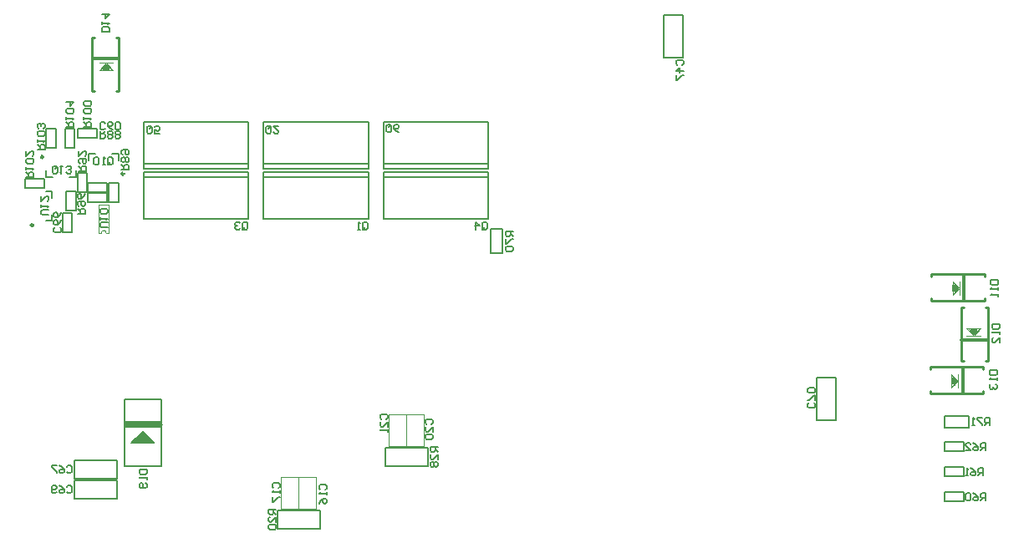
<source format=gbo>
G04*
G04 #@! TF.GenerationSoftware,Altium Limited,Altium Designer,19.1.5 (86)*
G04*
G04 Layer_Color=32896*
%FSLAX25Y25*%
%MOIN*%
G70*
G01*
G75*
%ADD10C,0.00984*%
%ADD11C,0.01000*%
%ADD12C,0.00394*%
%ADD15C,0.00500*%
%ADD16C,0.00787*%
%ADD17C,0.00400*%
%ADD18C,0.00800*%
%ADD21R,0.01100X0.00606*%
%ADD22R,0.00500X0.01212*%
%ADD23R,0.00200X0.00800*%
%ADD173C,0.01181*%
%ADD174R,0.03150X0.01181*%
%ADD175R,0.01181X0.00394*%
%ADD176R,0.00394X0.00394*%
%ADD177R,0.00394X0.01181*%
%ADD178R,0.01181X0.03150*%
G36*
X48700Y53300D02*
Y53000D01*
X47400Y51700D01*
X52200D01*
Y52912D01*
X50613Y54499D01*
X48700Y53300D01*
D02*
G37*
G54D10*
X6751Y137421D02*
G03*
X6751Y137421I-492J0D01*
G01*
X42920Y157902D02*
G03*
X42920Y157902I-492J0D01*
G01*
X10763Y164598D02*
G03*
X10763Y164598I-492J0D01*
G01*
G54D11*
X39752Y190870D02*
X40815D01*
Y212110D01*
X30185Y212130D02*
X31169D01*
X30185Y190870D02*
Y212130D01*
Y190870D02*
X31150D01*
X39732Y212130D02*
X40815D01*
X386130Y107185D02*
Y108268D01*
X364870Y116850D02*
Y117815D01*
X386130D01*
Y116831D02*
Y117815D01*
X364870Y107185D02*
X386110D01*
X364870D02*
Y108248D01*
X376685Y83370D02*
X377768D01*
X386350Y104630D02*
X387315D01*
Y83370D02*
Y104630D01*
X386331Y83370D02*
X387315D01*
X376685Y83390D02*
Y104630D01*
X377748D01*
X385630Y70185D02*
Y71268D01*
X364370Y79850D02*
Y80815D01*
X385630D01*
Y79831D02*
Y80815D01*
X364370Y70185D02*
X385610D01*
X364370D02*
Y71248D01*
X43400Y57800D02*
X57700D01*
X43400Y58400D02*
X57600D01*
G54D12*
X35785Y134390D02*
G03*
X33914Y134390I-935J0D01*
G01*
X34328Y200334D02*
X37317D01*
X35369Y201634D02*
X36200D01*
X35044Y201289D02*
X36524D01*
X34740Y200904D02*
X36879D01*
X34355Y200519D02*
X37345D01*
X33044Y202089D02*
X38556D01*
X35791D02*
X38555Y199324D01*
X33035Y199333D02*
X35791Y202089D01*
X33044Y199333D02*
X38522D01*
X33429Y199334D02*
X35397Y201302D01*
X36203Y201302D02*
X38171Y199334D01*
X32735Y145610D02*
X36935D01*
Y134390D02*
Y145610D01*
X35785Y134390D02*
X36935D01*
X32735D02*
X33914D01*
X32735D02*
Y145610D01*
X373334Y109829D02*
X375302Y111797D01*
X373334Y114571D02*
X375302Y112603D01*
X373333Y109477D02*
Y114956D01*
X373333Y114965D02*
X376089Y112209D01*
X373324Y109445D02*
X376089Y112209D01*
Y109444D02*
Y114956D01*
X374519Y110655D02*
Y113645D01*
X374904Y111121D02*
Y113260D01*
X375289Y111476D02*
Y112956D01*
X375634Y111800D02*
Y112631D01*
X374334Y110682D02*
Y113672D01*
X379329Y96166D02*
X381297Y94198D01*
X382103Y94199D02*
X384071Y96166D01*
X378977Y96167D02*
X384456D01*
X381710Y93411D02*
X384465Y96166D01*
X378944Y96176D02*
X381710Y93411D01*
X378944D02*
X384456D01*
X380155Y94981D02*
X383145D01*
X380621Y94596D02*
X382760D01*
X380976Y94211D02*
X382456D01*
X381300Y93866D02*
X382131D01*
X380183Y95166D02*
X383172D01*
X372833Y72829D02*
X374802Y74797D01*
X372833Y77571D02*
X374801Y75603D01*
X372833Y72478D02*
Y77956D01*
X372833Y77965D02*
X375589Y75209D01*
X372824Y72445D02*
X375589Y75209D01*
Y72444D02*
Y77956D01*
X374019Y73655D02*
Y76645D01*
X374404Y74121D02*
Y76260D01*
X374789Y74476D02*
Y75956D01*
X375134Y74800D02*
Y75631D01*
X373834Y73682D02*
Y76673D01*
G54D15*
X189200Y135900D02*
X193800Y135900D01*
X189200Y126100D02*
X193800D01*
X193800Y135900D02*
X193800Y126100D01*
X189200Y135900D02*
X189200Y126100D01*
X24450Y150600D02*
Y158400D01*
X28249D01*
X24450Y150600D02*
X28249D01*
Y158400D01*
X22250Y134600D02*
Y142400D01*
X18450D02*
X22250D01*
X18450Y134600D02*
X22250D01*
X18450D02*
Y142400D01*
X28449Y154400D02*
X36250D01*
X28449Y150600D02*
Y154400D01*
X36250Y150600D02*
Y154400D01*
X28449Y150600D02*
X36250D01*
X28449Y150400D02*
X36250D01*
Y146600D02*
Y150400D01*
X28449Y146600D02*
Y150400D01*
Y146600D02*
X36250D01*
X19450Y168100D02*
Y175900D01*
X23249D01*
X19450Y168100D02*
X23249D01*
Y175900D01*
X11949Y168100D02*
Y175900D01*
X15750D01*
X11949Y168100D02*
X15750D01*
Y175900D01*
X24450Y172100D02*
X32250D01*
X24450D02*
Y175900D01*
X32250Y172100D02*
Y175900D01*
X24450D02*
X32250D01*
X36950Y146600D02*
Y154400D01*
X40749D01*
X36950Y146600D02*
X40749D01*
Y154400D01*
X23750Y143100D02*
Y150900D01*
X19950Y143100D02*
X23750D01*
X19950Y150900D02*
X23750D01*
X19950Y143100D02*
Y150900D01*
X3449Y152100D02*
X11249D01*
X3449D02*
Y155900D01*
X11249Y152100D02*
Y155900D01*
X3449D02*
X11249D01*
X48600Y53200D02*
X49000D01*
X47300Y51700D02*
X47500D01*
X49000Y53200D02*
X50299Y54499D01*
X50613D01*
X50199D02*
X50613D01*
X47614Y51500D02*
X50613Y54499D01*
X47200Y51500D02*
X47614D01*
X46700Y51000D02*
X47200Y51500D01*
X53900D01*
X47300Y51700D02*
X53300D01*
X46200Y50500D02*
X46700Y51000D01*
X54300D01*
X45900Y50500D02*
X54900D01*
X45900D02*
X50400Y55000D01*
X54900Y50500D01*
X104000Y23700D02*
X121000D01*
X104000Y16300D02*
Y23700D01*
X121000Y16300D02*
Y23700D01*
X104000Y16300D02*
X121000D01*
X147000Y48700D02*
X164000D01*
X147000Y41300D02*
Y48700D01*
X164000Y41300D02*
Y48700D01*
X147000Y41300D02*
X164000D01*
X370100Y61300D02*
X379900Y61300D01*
X370100Y56700D02*
X379900Y56700D01*
X370100Y56700D02*
Y61300D01*
X379900Y61300D02*
X379900Y56700D01*
X370100Y30900D02*
X377900D01*
Y27100D02*
Y30900D01*
X370100Y27100D02*
Y30900D01*
Y27100D02*
X377900D01*
X370100Y40900D02*
X377900D01*
Y37100D02*
Y40900D01*
X370100Y37100D02*
Y40900D01*
Y37100D02*
X377900D01*
X370100Y50900D02*
X377900D01*
Y47100D02*
Y50900D01*
X370100Y47100D02*
Y50900D01*
Y47100D02*
X377900D01*
X265700Y204400D02*
Y221400D01*
X258300Y204400D02*
Y221400D01*
X265700D01*
X258300Y204400D02*
X265700D01*
X23000Y43700D02*
X40000D01*
X23000Y36300D02*
X40000D01*
X23000D02*
Y43700D01*
X40000Y36300D02*
Y43700D01*
X23000Y35700D02*
X40000D01*
X23000Y28300D02*
X40000D01*
X23000D02*
Y35700D01*
X40000Y28300D02*
Y35700D01*
X319300Y59500D02*
Y76500D01*
X326700Y59500D02*
Y76500D01*
X319300Y59500D02*
X326700D01*
X319300Y76500D02*
X326700D01*
X198000Y135000D02*
X195001D01*
Y133501D01*
X195501Y133001D01*
X196501D01*
X197000Y133501D01*
Y135000D01*
Y134000D02*
X198000Y133001D01*
X195001Y132001D02*
Y130002D01*
X195501D01*
X197500Y132001D01*
X198000D01*
X195501Y129002D02*
X195001Y128502D01*
Y127502D01*
X195501Y127003D01*
X197500D01*
X198000Y127502D01*
Y128502D01*
X197500Y129002D01*
X195501D01*
X137979Y136248D02*
Y138247D01*
X138479Y138747D01*
X139478D01*
X139978Y138247D01*
Y136248D01*
X139478Y135748D01*
X138479D01*
X138978Y136748D02*
X137979Y135748D01*
X138479D02*
X137979Y136248D01*
X136979Y135748D02*
X135979D01*
X136479D01*
Y138747D01*
X136979Y138247D01*
X12856Y141500D02*
X10357D01*
X9857Y142000D01*
Y142999D01*
X10357Y143499D01*
X12856D01*
X9857Y144499D02*
Y145499D01*
Y144999D01*
X12856D01*
X12357Y144499D01*
X9857Y148998D02*
Y146998D01*
X11857Y148998D01*
X12357D01*
X12856Y148498D01*
Y147498D01*
X12357Y146998D01*
X36349Y136500D02*
X33849D01*
X33349Y137000D01*
Y137999D01*
X33849Y138499D01*
X36349D01*
X33349Y139499D02*
Y140499D01*
Y139999D01*
X36349D01*
X35849Y139499D01*
Y141998D02*
X36349Y142498D01*
Y143498D01*
X35849Y143998D01*
X33849D01*
X33349Y143498D01*
Y142498D01*
X33849Y141998D01*
X35849D01*
X19850Y176500D02*
X22849D01*
Y177999D01*
X22349Y178499D01*
X21349D01*
X20849Y177999D01*
Y176500D01*
Y177500D02*
X19850Y178499D01*
Y179499D02*
Y180499D01*
Y179999D01*
X22849D01*
X22349Y179499D01*
Y181998D02*
X22849Y182498D01*
Y183498D01*
X22349Y183998D01*
X20349D01*
X19850Y183498D01*
Y182498D01*
X20349Y181998D01*
X22349D01*
X19850Y186497D02*
X22849D01*
X21349Y184997D01*
Y186997D01*
X8349Y167500D02*
X11349D01*
Y169000D01*
X10849Y169499D01*
X9849D01*
X9349Y169000D01*
Y167500D01*
Y168500D02*
X8349Y169499D01*
Y170499D02*
Y171499D01*
Y170999D01*
X11349D01*
X10849Y170499D01*
Y172998D02*
X11349Y173498D01*
Y174498D01*
X10849Y174998D01*
X8849D01*
X8349Y174498D01*
Y173498D01*
X8849Y172998D01*
X10849D01*
Y175997D02*
X11349Y176497D01*
Y177497D01*
X10849Y177997D01*
X10349D01*
X9849Y177497D01*
Y176997D01*
Y177497D01*
X9349Y177997D01*
X8849D01*
X8349Y177497D01*
Y176497D01*
X8849Y175997D01*
X3850Y156500D02*
X6848D01*
Y158000D01*
X6349Y158499D01*
X5349D01*
X4849Y158000D01*
Y156500D01*
Y157500D02*
X3850Y158499D01*
Y159499D02*
Y160499D01*
Y159999D01*
X6848D01*
X6349Y159499D01*
Y161998D02*
X6848Y162498D01*
Y163498D01*
X6349Y163998D01*
X4349D01*
X3850Y163498D01*
Y162498D01*
X4349Y161998D01*
X6349D01*
X3850Y166997D02*
Y164997D01*
X5849Y166997D01*
X6349D01*
X6848Y166497D01*
Y165497D01*
X6349Y164997D01*
X26849Y176500D02*
X29849D01*
Y177999D01*
X29349Y178499D01*
X28349D01*
X27849Y177999D01*
Y176500D01*
Y177500D02*
X26849Y178499D01*
Y179499D02*
Y180499D01*
Y179999D01*
X29849D01*
X29349Y179499D01*
Y181998D02*
X29849Y182498D01*
Y183498D01*
X29349Y183998D01*
X27349D01*
X26849Y183498D01*
Y182498D01*
X27349Y181998D01*
X29349D01*
Y184997D02*
X29849Y185497D01*
Y186497D01*
X29349Y186997D01*
X27349D01*
X26849Y186497D01*
Y185497D01*
X27349Y184997D01*
X29349D01*
X24350Y142000D02*
X27349D01*
Y143500D01*
X26849Y143999D01*
X25849D01*
X25349Y143500D01*
Y142000D01*
Y143000D02*
X24350Y143999D01*
X24849Y144999D02*
X24350Y145499D01*
Y146499D01*
X24849Y146998D01*
X26849D01*
X27349Y146499D01*
Y145499D01*
X26849Y144999D01*
X26349D01*
X25849Y145499D01*
Y146998D01*
X27349Y149997D02*
X26849Y148998D01*
X25849Y147998D01*
X24849D01*
X24350Y148498D01*
Y149498D01*
X24849Y149997D01*
X25349D01*
X25849Y149498D01*
Y147998D01*
X24849Y159000D02*
X27849D01*
Y160500D01*
X27349Y160999D01*
X26349D01*
X25849Y160500D01*
Y159000D01*
Y160000D02*
X24849Y160999D01*
X25349Y161999D02*
X24849Y162499D01*
Y163499D01*
X25349Y163998D01*
X27349D01*
X27849Y163499D01*
Y162499D01*
X27349Y161999D01*
X26849D01*
X26349Y162499D01*
Y163998D01*
X24849Y166997D02*
Y164998D01*
X26849Y166997D01*
X27349D01*
X27849Y166498D01*
Y165498D01*
X27349Y164998D01*
X41849Y159500D02*
X44848D01*
Y161000D01*
X44349Y161499D01*
X43349D01*
X42849Y161000D01*
Y159500D01*
Y160500D02*
X41849Y161499D01*
X44349Y162499D02*
X44848Y162999D01*
Y163999D01*
X44349Y164498D01*
X43849D01*
X43349Y163999D01*
X42849Y164498D01*
X42349D01*
X41849Y163999D01*
Y162999D01*
X42349Y162499D01*
X42849D01*
X43349Y162999D01*
X43849Y162499D01*
X44349D01*
X43349Y162999D02*
Y163999D01*
X42349Y165498D02*
X41849Y165998D01*
Y166998D01*
X42349Y167497D01*
X44349D01*
X44848Y166998D01*
Y165998D01*
X44349Y165498D01*
X43849D01*
X43349Y165998D01*
Y167497D01*
X33349Y175000D02*
Y172001D01*
X34849D01*
X35349Y172501D01*
Y173501D01*
X34849Y174000D01*
X33349D01*
X34349D02*
X35349Y175000D01*
X36349Y172501D02*
X36848Y172001D01*
X37848D01*
X38348Y172501D01*
Y173001D01*
X37848Y173501D01*
X38348Y174000D01*
Y174500D01*
X37848Y175000D01*
X36848D01*
X36349Y174500D01*
Y174000D01*
X36848Y173501D01*
X36349Y173001D01*
Y172501D01*
X36848Y173501D02*
X37848D01*
X39347Y172501D02*
X39847Y172001D01*
X40847D01*
X41347Y172501D01*
Y173001D01*
X40847Y173501D01*
X41347Y174000D01*
Y174500D01*
X40847Y175000D01*
X39847D01*
X39347Y174500D01*
Y174000D01*
X39847Y173501D01*
X39347Y173001D01*
Y172501D01*
X39847Y173501D02*
X40847D01*
X388000Y57500D02*
Y60499D01*
X386501D01*
X386001Y59999D01*
Y59000D01*
X386501Y58500D01*
X388000D01*
X387000D02*
X386001Y57500D01*
X385001Y60499D02*
X383002D01*
Y59999D01*
X385001Y58000D01*
Y57500D01*
X382002D02*
X381002D01*
X381502D01*
Y60499D01*
X382002Y59999D01*
X386500Y47500D02*
Y50499D01*
X385000D01*
X384501Y49999D01*
Y49000D01*
X385000Y48500D01*
X386500D01*
X385500D02*
X384501Y47500D01*
X381502Y50499D02*
X382501Y49999D01*
X383501Y49000D01*
Y48000D01*
X383001Y47500D01*
X382001D01*
X381502Y48000D01*
Y48500D01*
X382001Y49000D01*
X383501D01*
X378503Y47500D02*
X380502D01*
X378503Y49499D01*
Y49999D01*
X379002Y50499D01*
X380002D01*
X380502Y49999D01*
X385500Y37500D02*
Y40499D01*
X384000D01*
X383501Y39999D01*
Y39000D01*
X384000Y38500D01*
X385500D01*
X384500D02*
X383501Y37500D01*
X380502Y40499D02*
X381501Y39999D01*
X382501Y39000D01*
Y38000D01*
X382001Y37500D01*
X381001D01*
X380502Y38000D01*
Y38500D01*
X381001Y39000D01*
X382501D01*
X379502Y37500D02*
X378502D01*
X379002D01*
Y40499D01*
X379502Y39999D01*
X386500Y27500D02*
Y30499D01*
X385000D01*
X384501Y29999D01*
Y29000D01*
X385000Y28500D01*
X386500D01*
X385500D02*
X384501Y27500D01*
X381502Y30499D02*
X382501Y29999D01*
X383501Y29000D01*
Y28000D01*
X383001Y27500D01*
X382001D01*
X381502Y28000D01*
Y28500D01*
X382001Y29000D01*
X383501D01*
X380502Y29999D02*
X380002Y30499D01*
X379002D01*
X378503Y29999D01*
Y28000D01*
X379002Y27500D01*
X380002D01*
X380502Y28000D01*
Y29999D01*
X168000Y49000D02*
X165001D01*
Y47501D01*
X165501Y47001D01*
X166500D01*
X167000Y47501D01*
Y49000D01*
Y48000D02*
X168000Y47001D01*
Y44002D02*
Y46001D01*
X166001Y44002D01*
X165501D01*
X165001Y44501D01*
Y45501D01*
X165501Y46001D01*
Y43002D02*
X165001Y42502D01*
Y41502D01*
X165501Y41003D01*
X166001D01*
X166500Y41502D01*
X167000Y41003D01*
X167500D01*
X168000Y41502D01*
Y42502D01*
X167500Y43002D01*
X167000D01*
X166500Y42502D01*
X166001Y43002D01*
X165501D01*
X166500Y42502D02*
Y41502D01*
X103500Y24000D02*
X100501D01*
Y22501D01*
X101001Y22001D01*
X102000D01*
X102500Y22501D01*
Y24000D01*
Y23000D02*
X103500Y22001D01*
Y19002D02*
Y21001D01*
X101501Y19002D01*
X101001D01*
X100501Y19501D01*
Y20501D01*
X101001Y21001D01*
Y18002D02*
X100501Y17502D01*
Y16502D01*
X101001Y16003D01*
X103000D01*
X103500Y16502D01*
Y17502D01*
X103000Y18002D01*
X101001D01*
X16349Y160500D02*
Y158501D01*
X15849Y158001D01*
X14849D01*
X14349Y158501D01*
Y160500D01*
X14849Y161000D01*
X15849D01*
X15349Y160000D02*
X16349Y161000D01*
X15849D02*
X16349Y160500D01*
X17348Y161000D02*
X18348D01*
X17848D01*
Y158001D01*
X17348Y158501D01*
X19848D02*
X20347Y158001D01*
X21347D01*
X21847Y158501D01*
Y159001D01*
X21347Y159501D01*
X20847D01*
X21347D01*
X21847Y160000D01*
Y160500D01*
X21347Y161000D01*
X20347D01*
X19848Y160500D01*
X36350Y162000D02*
Y163999D01*
X36850Y164499D01*
X37850D01*
X38350Y163999D01*
Y162000D01*
X37850Y161500D01*
X36850D01*
X37350Y162500D02*
X36350Y161500D01*
X36850D02*
X36350Y162000D01*
X35350Y161500D02*
X34351D01*
X34851D01*
Y164499D01*
X35350Y163999D01*
X32851D02*
X32351Y164499D01*
X31352D01*
X30852Y163999D01*
Y162000D01*
X31352Y161500D01*
X32351D01*
X32851Y162000D01*
Y163999D01*
X149499Y177000D02*
Y175001D01*
X149000Y174501D01*
X148000D01*
X147500Y175001D01*
Y177000D01*
X148000Y177500D01*
X149000D01*
X148500Y176500D02*
X149499Y177500D01*
X149000D02*
X149499Y177000D01*
X152498Y174501D02*
X151499Y175001D01*
X150499Y176000D01*
Y177000D01*
X150999Y177500D01*
X151999D01*
X152498Y177000D01*
Y176500D01*
X151999Y176000D01*
X150499D01*
X53999Y176500D02*
Y174501D01*
X53500Y174001D01*
X52500D01*
X52000Y174501D01*
Y176500D01*
X52500Y177000D01*
X53500D01*
X53000Y176000D02*
X53999Y177000D01*
X53500D02*
X53999Y176500D01*
X56998Y174001D02*
X54999D01*
Y175501D01*
X55999Y175001D01*
X56499D01*
X56998Y175501D01*
Y176500D01*
X56499Y177000D01*
X55499D01*
X54999Y176500D01*
X185728Y136248D02*
Y138247D01*
X186228Y138747D01*
X187228D01*
X187728Y138247D01*
Y136248D01*
X187228Y135748D01*
X186228D01*
X186728Y136748D02*
X185728Y135748D01*
X186228D02*
X185728Y136248D01*
X183229Y135748D02*
Y138747D01*
X184729Y137248D01*
X182729D01*
X90228Y136248D02*
Y138247D01*
X90728Y138747D01*
X91728D01*
X92228Y138247D01*
Y136248D01*
X91728Y135748D01*
X90728D01*
X91228Y136748D02*
X90228Y135748D01*
X90728D02*
X90228Y136248D01*
X89229Y138247D02*
X88729Y138747D01*
X87729D01*
X87229Y138247D01*
Y137747D01*
X87729Y137248D01*
X88229D01*
X87729D01*
X87229Y136748D01*
Y136248D01*
X87729Y135748D01*
X88729D01*
X89229Y136248D01*
X101499Y176500D02*
Y174501D01*
X100999Y174001D01*
X100000D01*
X99500Y174501D01*
Y176500D01*
X100000Y177000D01*
X100999D01*
X100500Y176000D02*
X101499Y177000D01*
X100999D02*
X101499Y176500D01*
X104498Y177000D02*
X102499D01*
X104498Y175001D01*
Y174501D01*
X103999Y174001D01*
X102999D01*
X102499Y174501D01*
X49001Y40000D02*
X52000D01*
Y38500D01*
X51500Y38001D01*
X49501D01*
X49001Y38500D01*
Y40000D01*
X52000Y37001D02*
Y36001D01*
Y36501D01*
X49001D01*
X49501Y37001D01*
X51500Y34502D02*
X52000Y34002D01*
Y33002D01*
X51500Y32502D01*
X49501D01*
X49001Y33002D01*
Y34002D01*
X49501Y34502D01*
X50001D01*
X50501Y34002D01*
Y32502D01*
X36999Y214500D02*
X34000D01*
Y216000D01*
X34500Y216499D01*
X36499D01*
X36999Y216000D01*
Y214500D01*
X34000Y217499D02*
Y218499D01*
Y217999D01*
X36999D01*
X36499Y217499D01*
X34000Y221498D02*
X36999D01*
X35500Y219998D01*
Y221998D01*
X388001Y79500D02*
X391000D01*
Y78000D01*
X390500Y77501D01*
X388501D01*
X388001Y78000D01*
Y79500D01*
X391000Y76501D02*
Y75501D01*
Y76001D01*
X388001D01*
X388501Y76501D01*
Y74002D02*
X388001Y73502D01*
Y72502D01*
X388501Y72002D01*
X389001D01*
X389500Y72502D01*
Y73002D01*
Y72502D01*
X390000Y72002D01*
X390500D01*
X391000Y72502D01*
Y73502D01*
X390500Y74002D01*
X389001Y98000D02*
X392000D01*
Y96500D01*
X391500Y96001D01*
X389501D01*
X389001Y96500D01*
Y98000D01*
X392000Y95001D02*
Y94001D01*
Y94501D01*
X389001D01*
X389501Y95001D01*
X392000Y90502D02*
Y92502D01*
X390001Y90502D01*
X389501D01*
X389001Y91002D01*
Y92002D01*
X389501Y92502D01*
X388501Y115500D02*
X391500D01*
Y114000D01*
X391000Y113501D01*
X389001D01*
X388501Y114000D01*
Y115500D01*
X391500Y112501D02*
Y111501D01*
Y112001D01*
X388501D01*
X389001Y112501D01*
X391500Y110002D02*
Y109002D01*
Y109502D01*
X388501D01*
X389001Y110002D01*
X317999Y66499D02*
X318499Y66000D01*
Y65000D01*
X317999Y64500D01*
X316000D01*
X315500Y65000D01*
Y66000D01*
X316000Y66499D01*
X318499Y67499D02*
Y69498D01*
X317999D01*
X316000Y67499D01*
X315500D01*
X317999Y70498D02*
X318499Y70998D01*
Y71998D01*
X317999Y72497D01*
X316000D01*
X315500Y71998D01*
Y70998D01*
X316000Y70498D01*
X317999D01*
X20001Y32999D02*
X20501Y33499D01*
X21500D01*
X22000Y32999D01*
Y31000D01*
X21500Y30500D01*
X20501D01*
X20001Y31000D01*
X17002Y33499D02*
X18001Y32999D01*
X19001Y31999D01*
Y31000D01*
X18501Y30500D01*
X17501D01*
X17002Y31000D01*
Y31500D01*
X17501Y31999D01*
X19001D01*
X16002Y31000D02*
X15502Y30500D01*
X14502D01*
X14003Y31000D01*
Y32999D01*
X14502Y33499D01*
X15502D01*
X16002Y32999D01*
Y32499D01*
X15502Y31999D01*
X14003D01*
X20001Y40999D02*
X20501Y41499D01*
X21500D01*
X22000Y40999D01*
Y39000D01*
X21500Y38500D01*
X20501D01*
X20001Y39000D01*
X17002Y41499D02*
X18001Y40999D01*
X19001Y39999D01*
Y39000D01*
X18501Y38500D01*
X17501D01*
X17002Y39000D01*
Y39500D01*
X17501Y39999D01*
X19001D01*
X16002Y41499D02*
X14003D01*
Y40999D01*
X16002Y39000D01*
Y38500D01*
X17349Y136499D02*
X17849Y136000D01*
Y135000D01*
X17349Y134500D01*
X15349D01*
X14850Y135000D01*
Y136000D01*
X15349Y136499D01*
X17849Y139498D02*
X17349Y138499D01*
X16349Y137499D01*
X15349D01*
X14850Y137999D01*
Y138999D01*
X15349Y139498D01*
X15849D01*
X16349Y138999D01*
Y137499D01*
X17849Y142497D02*
X17349Y141498D01*
X16349Y140498D01*
X15349D01*
X14850Y140998D01*
Y141998D01*
X15349Y142497D01*
X15849D01*
X16349Y141998D01*
Y140498D01*
X35349Y176001D02*
X34849Y175501D01*
X33849D01*
X33349Y176001D01*
Y178000D01*
X33849Y178500D01*
X34849D01*
X35349Y178000D01*
X38348Y175501D02*
X37348Y176001D01*
X36349Y177000D01*
Y178000D01*
X36848Y178500D01*
X37848D01*
X38348Y178000D01*
Y177500D01*
X37848Y177000D01*
X36349D01*
X39347Y176001D02*
X39847Y175501D01*
X40847D01*
X41347Y176001D01*
Y178000D01*
X40847Y178500D01*
X39847D01*
X39347Y178000D01*
Y176001D01*
X263501Y201401D02*
X263001Y201901D01*
Y202900D01*
X263501Y203400D01*
X265500D01*
X266000Y202900D01*
Y201901D01*
X265500Y201401D01*
X266000Y198901D02*
X263001D01*
X264500Y200401D01*
Y198402D01*
X263001Y197402D02*
Y195403D01*
X263501D01*
X265500Y197402D01*
X266000D01*
X145501Y60001D02*
X145001Y60501D01*
Y61500D01*
X145501Y62000D01*
X147500D01*
X148000Y61500D01*
Y60501D01*
X147500Y60001D01*
X148000Y57002D02*
Y59001D01*
X146001Y57002D01*
X145501D01*
X145001Y57501D01*
Y58501D01*
X145501Y59001D01*
X148000Y56002D02*
Y55002D01*
Y55502D01*
X145001D01*
X145501Y56002D01*
X163501Y58001D02*
X163001Y58500D01*
Y59500D01*
X163501Y60000D01*
X165500D01*
X166000Y59500D01*
Y58500D01*
X165500Y58001D01*
X166000Y55002D02*
Y57001D01*
X164001Y55002D01*
X163501D01*
X163001Y55501D01*
Y56501D01*
X163501Y57001D01*
Y54002D02*
X163001Y53502D01*
Y52502D01*
X163501Y52003D01*
X165500D01*
X166000Y52502D01*
Y53502D01*
X165500Y54002D01*
X163501D01*
X102501Y32501D02*
X102001Y33000D01*
Y34000D01*
X102501Y34500D01*
X104500D01*
X105000Y34000D01*
Y33000D01*
X104500Y32501D01*
X105000Y31501D02*
Y30501D01*
Y31001D01*
X102001D01*
X102501Y31501D01*
X102001Y29002D02*
Y27002D01*
X102501D01*
X104500Y29002D01*
X105000D01*
X121201Y31801D02*
X120701Y32300D01*
Y33300D01*
X121201Y33800D01*
X123200D01*
X123700Y33300D01*
Y32300D01*
X123200Y31801D01*
X123700Y30801D02*
Y29801D01*
Y30301D01*
X120701D01*
X121201Y30801D01*
X120701Y26302D02*
X121201Y27302D01*
X122201Y28302D01*
X123200D01*
X123700Y27802D01*
Y26802D01*
X123200Y26302D01*
X122700D01*
X122201Y26802D01*
Y28302D01*
G54D16*
X11751Y139094D02*
X14113D01*
Y141752D01*
X11751Y150906D02*
X14113D01*
Y148248D02*
Y150906D01*
X40755Y163394D02*
Y165756D01*
X38098D02*
X40755D01*
X28944Y163394D02*
Y165756D01*
X31601D01*
X11944Y156744D02*
Y159106D01*
Y156744D02*
X14602D01*
X23755D02*
Y159106D01*
X21098Y156744D02*
X23755D01*
X50862Y161996D02*
X92594D01*
X50862Y160028D02*
X92594D01*
X50862Y178532D02*
X92594D01*
X50862Y160028D02*
Y178532D01*
X92594Y160028D02*
Y178532D01*
X50862Y156500D02*
X92594D01*
X50862Y158468D02*
X92594D01*
X50862Y139965D02*
X92594D01*
Y158468D01*
X50862Y139965D02*
Y158468D01*
X98612Y161996D02*
X140344D01*
X98612Y160028D02*
X140344D01*
X98612Y178532D02*
X140344D01*
X98612Y160028D02*
Y178532D01*
X140344Y160028D02*
Y178532D01*
X98612Y156500D02*
X140344D01*
X98612Y158468D02*
X140344D01*
X98612Y139965D02*
X140344D01*
Y158468D01*
X98612Y139965D02*
Y158468D01*
X146362Y161996D02*
X188094D01*
X146362Y160028D02*
X188094D01*
X146362Y178532D02*
X188094D01*
X146362Y160028D02*
Y178532D01*
X188094Y160028D02*
Y178532D01*
X146362Y156500D02*
X188094D01*
X146362Y158468D02*
X188094D01*
X146362Y139965D02*
X188094D01*
Y158468D01*
X146362Y139965D02*
Y158468D01*
X57784Y41158D02*
Y67842D01*
X43300Y67886D02*
X57700D01*
X43216Y41158D02*
Y67842D01*
X43200Y41114D02*
X57800D01*
G54D17*
X119500Y24200D02*
Y36800D01*
X112500Y24200D02*
X119500D01*
X112500D02*
Y36800D01*
X119500D01*
X105500Y24200D02*
Y36800D01*
X112500D01*
Y24200D02*
Y36800D01*
X105500Y24200D02*
X112500D01*
X162500Y49200D02*
Y61800D01*
X155500Y49200D02*
X162500D01*
X155500D02*
Y61800D01*
X162500D01*
X148500Y49200D02*
Y61800D01*
X155500D01*
Y49200D02*
Y61800D01*
X148500Y49200D02*
X155500D01*
G54D18*
X43400Y58900D02*
X57700D01*
X43500Y56900D02*
X57700D01*
G54D21*
X52750Y52003D02*
D03*
G54D22*
X52450Y52306D02*
D03*
G54D23*
X52800Y52100D02*
D03*
G54D173*
X30382Y203941D02*
X40618D01*
X377941Y107382D02*
Y117618D01*
X376882Y91559D02*
X387118D01*
X377441Y70382D02*
Y80618D01*
G54D174*
X35800Y199914D02*
D03*
X381701Y95585D02*
D03*
G54D175*
X37572Y199521D02*
D03*
X34028D02*
D03*
X383471Y95979D02*
D03*
X379929Y95979D02*
D03*
G54D176*
X37572Y199915D02*
D03*
X34028D02*
D03*
X373915Y113971D02*
D03*
Y110429D02*
D03*
X383471Y95585D02*
D03*
X379929Y95585D02*
D03*
X373415Y76971D02*
D03*
Y73429D02*
D03*
G54D177*
X373521Y113971D02*
D03*
Y110429D02*
D03*
X373021Y76971D02*
D03*
Y73429D02*
D03*
G54D178*
X373915Y112200D02*
D03*
X373415Y75200D02*
D03*
M02*

</source>
